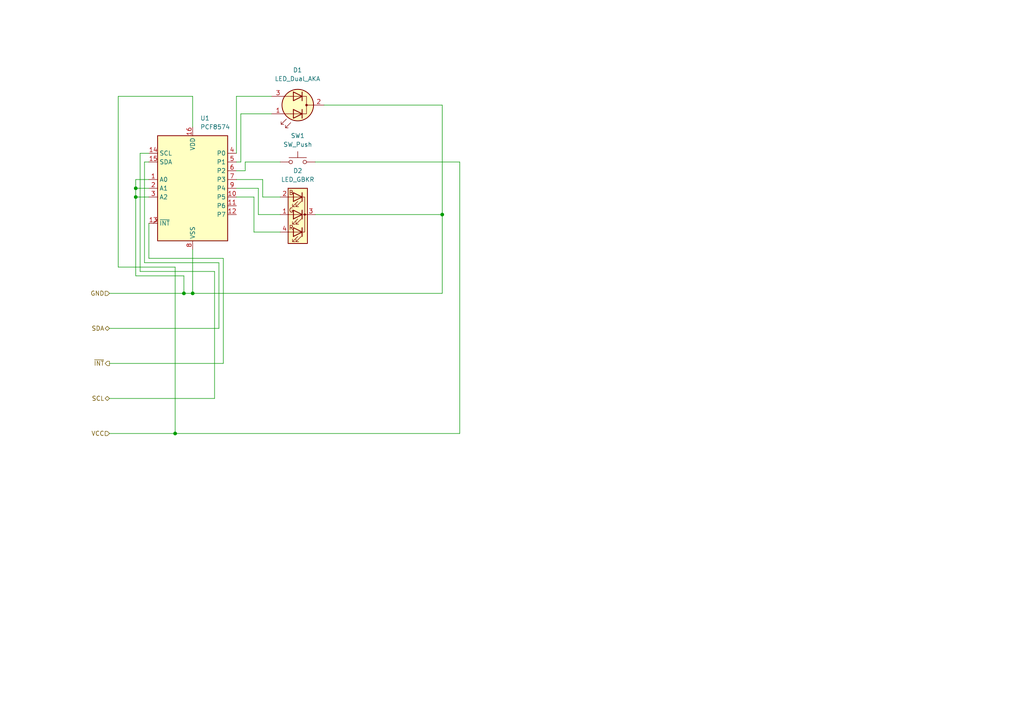
<source format=kicad_sch>
(kicad_sch
	(version 20231120)
	(generator "eeschema")
	(generator_version "8.0")
	(uuid "08f27bf2-b118-406d-92fd-506ac9f969f1")
	(paper "A4")
	(lib_symbols
		(symbol "Device:LED_Dual_AKA"
			(pin_names
				(offset 0) hide)
			(exclude_from_sim no)
			(in_bom yes)
			(on_board yes)
			(property "Reference" "D"
				(at 0 5.715 0)
				(effects
					(font
						(size 1.27 1.27)
					)
				)
			)
			(property "Value" "LED_Dual_AKA"
				(at 0 -6.35 0)
				(effects
					(font
						(size 1.27 1.27)
					)
				)
			)
			(property "Footprint" ""
				(at 0 0 0)
				(effects
					(font
						(size 1.27 1.27)
					)
					(hide yes)
				)
			)
			(property "Datasheet" "~"
				(at 0 0 0)
				(effects
					(font
						(size 1.27 1.27)
					)
					(hide yes)
				)
			)
			(property "Description" "Dual LED, common cathode on pin 2"
				(at 0 0 0)
				(effects
					(font
						(size 1.27 1.27)
					)
					(hide yes)
				)
			)
			(property "ki_keywords" "LED diode bicolor dual"
				(at 0 0 0)
				(effects
					(font
						(size 1.27 1.27)
					)
					(hide yes)
				)
			)
			(property "ki_fp_filters" "LED* LED_SMD:* LED_THT:*"
				(at 0 0 0)
				(effects
					(font
						(size 1.27 1.27)
					)
					(hide yes)
				)
			)
			(symbol "LED_Dual_AKA_0_1"
				(circle
					(center -2.54 0)
					(radius 0.2794)
					(stroke
						(width 0)
						(type default)
					)
					(fill
						(type outline)
					)
				)
				(polyline
					(pts
						(xy -4.572 0) (xy -2.54 0)
					)
					(stroke
						(width 0)
						(type default)
					)
					(fill
						(type none)
					)
				)
				(polyline
					(pts
						(xy -1.27 -1.27) (xy -1.27 -3.81)
					)
					(stroke
						(width 0.254)
						(type default)
					)
					(fill
						(type none)
					)
				)
				(polyline
					(pts
						(xy -1.27 1.27) (xy -1.27 3.81)
					)
					(stroke
						(width 0.254)
						(type default)
					)
					(fill
						(type none)
					)
				)
				(polyline
					(pts
						(xy 3.81 -2.54) (xy 1.905 -2.54)
					)
					(stroke
						(width 0)
						(type default)
					)
					(fill
						(type none)
					)
				)
				(polyline
					(pts
						(xy 3.81 2.54) (xy 1.905 2.54)
					)
					(stroke
						(width 0)
						(type default)
					)
					(fill
						(type none)
					)
				)
				(polyline
					(pts
						(xy 1.27 -3.81) (xy 1.27 -1.27) (xy -1.27 -2.54) (xy 1.27 -3.81)
					)
					(stroke
						(width 0.254)
						(type default)
					)
					(fill
						(type none)
					)
				)
				(polyline
					(pts
						(xy 1.27 1.27) (xy 1.27 3.81) (xy -1.27 2.54) (xy 1.27 1.27)
					)
					(stroke
						(width 0.254)
						(type default)
					)
					(fill
						(type none)
					)
				)
				(polyline
					(pts
						(xy 2.032 2.54) (xy -2.54 2.54) (xy -2.54 -2.54) (xy 2.032 -2.54)
					)
					(stroke
						(width 0)
						(type default)
					)
					(fill
						(type none)
					)
				)
				(polyline
					(pts
						(xy 2.032 5.08) (xy 3.556 6.604) (xy 2.794 6.604) (xy 3.556 6.604) (xy 3.556 5.842)
					)
					(stroke
						(width 0)
						(type default)
					)
					(fill
						(type none)
					)
				)
				(polyline
					(pts
						(xy 3.302 4.064) (xy 4.826 5.588) (xy 4.064 5.588) (xy 4.826 5.588) (xy 4.826 4.826)
					)
					(stroke
						(width 0)
						(type default)
					)
					(fill
						(type none)
					)
				)
				(circle
					(center 0 0)
					(radius 4.572)
					(stroke
						(width 0.254)
						(type default)
					)
					(fill
						(type background)
					)
				)
			)
			(symbol "LED_Dual_AKA_1_1"
				(pin input line
					(at 7.62 2.54 180)
					(length 3.81)
					(name "A1"
						(effects
							(font
								(size 1.27 1.27)
							)
						)
					)
					(number "1"
						(effects
							(font
								(size 1.27 1.27)
							)
						)
					)
				)
				(pin input line
					(at -7.62 0 0)
					(length 3.048)
					(name "K"
						(effects
							(font
								(size 1.27 1.27)
							)
						)
					)
					(number "2"
						(effects
							(font
								(size 1.27 1.27)
							)
						)
					)
				)
				(pin input line
					(at 7.62 -2.54 180)
					(length 3.81)
					(name "A2"
						(effects
							(font
								(size 1.27 1.27)
							)
						)
					)
					(number "3"
						(effects
							(font
								(size 1.27 1.27)
							)
						)
					)
				)
			)
		)
		(symbol "Device:LED_GBKR"
			(pin_names
				(offset 0) hide)
			(exclude_from_sim no)
			(in_bom yes)
			(on_board yes)
			(property "Reference" "D"
				(at 0 9.398 0)
				(effects
					(font
						(size 1.27 1.27)
					)
				)
			)
			(property "Value" "LED_GBKR"
				(at 0 -8.89 0)
				(effects
					(font
						(size 1.27 1.27)
					)
				)
			)
			(property "Footprint" ""
				(at 0 -1.27 0)
				(effects
					(font
						(size 1.27 1.27)
					)
					(hide yes)
				)
			)
			(property "Datasheet" "~"
				(at 0 -1.27 0)
				(effects
					(font
						(size 1.27 1.27)
					)
					(hide yes)
				)
			)
			(property "Description" "RGB LED, green/blue/cathode/red"
				(at 0 0 0)
				(effects
					(font
						(size 1.27 1.27)
					)
					(hide yes)
				)
			)
			(property "ki_keywords" "LED RGB diode"
				(at 0 0 0)
				(effects
					(font
						(size 1.27 1.27)
					)
					(hide yes)
				)
			)
			(property "ki_fp_filters" "LED* LED_SMD:* LED_THT:*"
				(at 0 0 0)
				(effects
					(font
						(size 1.27 1.27)
					)
					(hide yes)
				)
			)
			(symbol "LED_GBKR_0_0"
				(text "B"
					(at 1.905 -6.35 0)
					(effects
						(font
							(size 1.27 1.27)
						)
					)
				)
				(text "G"
					(at 1.905 -1.27 0)
					(effects
						(font
							(size 1.27 1.27)
						)
					)
				)
				(text "R"
					(at 1.905 3.81 0)
					(effects
						(font
							(size 1.27 1.27)
						)
					)
				)
			)
			(symbol "LED_GBKR_0_1"
				(circle
					(center -2.032 0)
					(radius 0.254)
					(stroke
						(width 0)
						(type default)
					)
					(fill
						(type outline)
					)
				)
				(polyline
					(pts
						(xy -1.27 -5.08) (xy 1.27 -5.08)
					)
					(stroke
						(width 0)
						(type default)
					)
					(fill
						(type none)
					)
				)
				(polyline
					(pts
						(xy -1.27 -3.81) (xy -1.27 -6.35)
					)
					(stroke
						(width 0.254)
						(type default)
					)
					(fill
						(type none)
					)
				)
				(polyline
					(pts
						(xy -1.27 0) (xy -2.54 0)
					)
					(stroke
						(width 0)
						(type default)
					)
					(fill
						(type none)
					)
				)
				(polyline
					(pts
						(xy -1.27 1.27) (xy -1.27 -1.27)
					)
					(stroke
						(width 0.254)
						(type default)
					)
					(fill
						(type none)
					)
				)
				(polyline
					(pts
						(xy -1.27 5.08) (xy 1.27 5.08)
					)
					(stroke
						(width 0)
						(type default)
					)
					(fill
						(type none)
					)
				)
				(polyline
					(pts
						(xy -1.27 6.35) (xy -1.27 3.81)
					)
					(stroke
						(width 0.254)
						(type default)
					)
					(fill
						(type none)
					)
				)
				(polyline
					(pts
						(xy 1.27 -5.08) (xy 2.54 -5.08)
					)
					(stroke
						(width 0)
						(type default)
					)
					(fill
						(type none)
					)
				)
				(polyline
					(pts
						(xy 1.27 0) (xy -1.27 0)
					)
					(stroke
						(width 0)
						(type default)
					)
					(fill
						(type none)
					)
				)
				(polyline
					(pts
						(xy 1.27 0) (xy 2.54 0)
					)
					(stroke
						(width 0)
						(type default)
					)
					(fill
						(type none)
					)
				)
				(polyline
					(pts
						(xy 1.27 5.08) (xy 2.54 5.08)
					)
					(stroke
						(width 0)
						(type default)
					)
					(fill
						(type none)
					)
				)
				(polyline
					(pts
						(xy -1.27 1.27) (xy -1.27 -1.27) (xy -1.27 -1.27)
					)
					(stroke
						(width 0)
						(type default)
					)
					(fill
						(type none)
					)
				)
				(polyline
					(pts
						(xy -1.27 6.35) (xy -1.27 3.81) (xy -1.27 3.81)
					)
					(stroke
						(width 0)
						(type default)
					)
					(fill
						(type none)
					)
				)
				(polyline
					(pts
						(xy -1.27 5.08) (xy -2.032 5.08) (xy -2.032 -5.08) (xy -1.016 -5.08)
					)
					(stroke
						(width 0)
						(type default)
					)
					(fill
						(type none)
					)
				)
				(polyline
					(pts
						(xy 1.27 -3.81) (xy 1.27 -6.35) (xy -1.27 -5.08) (xy 1.27 -3.81)
					)
					(stroke
						(width 0.254)
						(type default)
					)
					(fill
						(type none)
					)
				)
				(polyline
					(pts
						(xy 1.27 1.27) (xy 1.27 -1.27) (xy -1.27 0) (xy 1.27 1.27)
					)
					(stroke
						(width 0.254)
						(type default)
					)
					(fill
						(type none)
					)
				)
				(polyline
					(pts
						(xy 1.27 6.35) (xy 1.27 3.81) (xy -1.27 5.08) (xy 1.27 6.35)
					)
					(stroke
						(width 0.254)
						(type default)
					)
					(fill
						(type none)
					)
				)
				(polyline
					(pts
						(xy -1.016 -3.81) (xy 0.508 -2.286) (xy -0.254 -2.286) (xy 0.508 -2.286) (xy 0.508 -3.048)
					)
					(stroke
						(width 0)
						(type default)
					)
					(fill
						(type none)
					)
				)
				(polyline
					(pts
						(xy -1.016 1.27) (xy 0.508 2.794) (xy -0.254 2.794) (xy 0.508 2.794) (xy 0.508 2.032)
					)
					(stroke
						(width 0)
						(type default)
					)
					(fill
						(type none)
					)
				)
				(polyline
					(pts
						(xy -1.016 6.35) (xy 0.508 7.874) (xy -0.254 7.874) (xy 0.508 7.874) (xy 0.508 7.112)
					)
					(stroke
						(width 0)
						(type default)
					)
					(fill
						(type none)
					)
				)
				(polyline
					(pts
						(xy 0 -3.81) (xy 1.524 -2.286) (xy 0.762 -2.286) (xy 1.524 -2.286) (xy 1.524 -3.048)
					)
					(stroke
						(width 0)
						(type default)
					)
					(fill
						(type none)
					)
				)
				(polyline
					(pts
						(xy 0 1.27) (xy 1.524 2.794) (xy 0.762 2.794) (xy 1.524 2.794) (xy 1.524 2.032)
					)
					(stroke
						(width 0)
						(type default)
					)
					(fill
						(type none)
					)
				)
				(polyline
					(pts
						(xy 0 6.35) (xy 1.524 7.874) (xy 0.762 7.874) (xy 1.524 7.874) (xy 1.524 7.112)
					)
					(stroke
						(width 0)
						(type default)
					)
					(fill
						(type none)
					)
				)
				(rectangle
					(start 1.27 -1.27)
					(end 1.27 1.27)
					(stroke
						(width 0)
						(type default)
					)
					(fill
						(type none)
					)
				)
				(rectangle
					(start 1.27 1.27)
					(end 1.27 1.27)
					(stroke
						(width 0)
						(type default)
					)
					(fill
						(type none)
					)
				)
				(rectangle
					(start 1.27 3.81)
					(end 1.27 6.35)
					(stroke
						(width 0)
						(type default)
					)
					(fill
						(type none)
					)
				)
				(rectangle
					(start 1.27 6.35)
					(end 1.27 6.35)
					(stroke
						(width 0)
						(type default)
					)
					(fill
						(type none)
					)
				)
				(rectangle
					(start 2.794 8.382)
					(end -2.794 -7.62)
					(stroke
						(width 0.254)
						(type default)
					)
					(fill
						(type background)
					)
				)
			)
			(symbol "LED_GBKR_1_1"
				(pin passive line
					(at 5.08 0 180)
					(length 2.54)
					(name "GA"
						(effects
							(font
								(size 1.27 1.27)
							)
						)
					)
					(number "1"
						(effects
							(font
								(size 1.27 1.27)
							)
						)
					)
				)
				(pin passive line
					(at 5.08 -5.08 180)
					(length 2.54)
					(name "BA"
						(effects
							(font
								(size 1.27 1.27)
							)
						)
					)
					(number "2"
						(effects
							(font
								(size 1.27 1.27)
							)
						)
					)
				)
				(pin passive line
					(at -5.08 0 0)
					(length 2.54)
					(name "K"
						(effects
							(font
								(size 1.27 1.27)
							)
						)
					)
					(number "3"
						(effects
							(font
								(size 1.27 1.27)
							)
						)
					)
				)
				(pin passive line
					(at 5.08 5.08 180)
					(length 2.54)
					(name "RA"
						(effects
							(font
								(size 1.27 1.27)
							)
						)
					)
					(number "4"
						(effects
							(font
								(size 1.27 1.27)
							)
						)
					)
				)
			)
		)
		(symbol "Interface_Expansion:PCF8574"
			(exclude_from_sim no)
			(in_bom yes)
			(on_board yes)
			(property "Reference" "U"
				(at -8.89 16.51 0)
				(effects
					(font
						(size 1.27 1.27)
					)
					(justify left)
				)
			)
			(property "Value" "PCF8574"
				(at 2.54 16.51 0)
				(effects
					(font
						(size 1.27 1.27)
					)
					(justify left)
				)
			)
			(property "Footprint" ""
				(at 0 0 0)
				(effects
					(font
						(size 1.27 1.27)
					)
					(hide yes)
				)
			)
			(property "Datasheet" "http://www.nxp.com/docs/en/data-sheet/PCF8574_PCF8574A.pdf"
				(at 0 0 0)
				(effects
					(font
						(size 1.27 1.27)
					)
					(hide yes)
				)
			)
			(property "Description" "8 Bit Port/Expander to I2C Bus, DIP/SOIC-16"
				(at 0 0 0)
				(effects
					(font
						(size 1.27 1.27)
					)
					(hide yes)
				)
			)
			(property "ki_keywords" "I2C Expander"
				(at 0 0 0)
				(effects
					(font
						(size 1.27 1.27)
					)
					(hide yes)
				)
			)
			(property "ki_fp_filters" "DIP*W7.62mm* SOIC*7.5x10.3mm*P1.27mm*"
				(at 0 0 0)
				(effects
					(font
						(size 1.27 1.27)
					)
					(hide yes)
				)
			)
			(symbol "PCF8574_0_1"
				(rectangle
					(start -10.16 15.24)
					(end 10.16 -15.24)
					(stroke
						(width 0.254)
						(type default)
					)
					(fill
						(type background)
					)
				)
			)
			(symbol "PCF8574_1_1"
				(pin input line
					(at -12.7 2.54 0)
					(length 2.54)
					(name "A0"
						(effects
							(font
								(size 1.27 1.27)
							)
						)
					)
					(number "1"
						(effects
							(font
								(size 1.27 1.27)
							)
						)
					)
				)
				(pin bidirectional line
					(at 12.7 -2.54 180)
					(length 2.54)
					(name "P5"
						(effects
							(font
								(size 1.27 1.27)
							)
						)
					)
					(number "10"
						(effects
							(font
								(size 1.27 1.27)
							)
						)
					)
				)
				(pin bidirectional line
					(at 12.7 -5.08 180)
					(length 2.54)
					(name "P6"
						(effects
							(font
								(size 1.27 1.27)
							)
						)
					)
					(number "11"
						(effects
							(font
								(size 1.27 1.27)
							)
						)
					)
				)
				(pin bidirectional line
					(at 12.7 -7.62 180)
					(length 2.54)
					(name "P7"
						(effects
							(font
								(size 1.27 1.27)
							)
						)
					)
					(number "12"
						(effects
							(font
								(size 1.27 1.27)
							)
						)
					)
				)
				(pin open_collector output_low
					(at -12.7 -10.16 0)
					(length 2.54)
					(name "~{INT}"
						(effects
							(font
								(size 1.27 1.27)
							)
						)
					)
					(number "13"
						(effects
							(font
								(size 1.27 1.27)
							)
						)
					)
				)
				(pin input line
					(at -12.7 10.16 0)
					(length 2.54)
					(name "SCL"
						(effects
							(font
								(size 1.27 1.27)
							)
						)
					)
					(number "14"
						(effects
							(font
								(size 1.27 1.27)
							)
						)
					)
				)
				(pin bidirectional line
					(at -12.7 7.62 0)
					(length 2.54)
					(name "SDA"
						(effects
							(font
								(size 1.27 1.27)
							)
						)
					)
					(number "15"
						(effects
							(font
								(size 1.27 1.27)
							)
						)
					)
				)
				(pin power_in line
					(at 0 17.78 270)
					(length 2.54)
					(name "VDD"
						(effects
							(font
								(size 1.27 1.27)
							)
						)
					)
					(number "16"
						(effects
							(font
								(size 1.27 1.27)
							)
						)
					)
				)
				(pin input line
					(at -12.7 0 0)
					(length 2.54)
					(name "A1"
						(effects
							(font
								(size 1.27 1.27)
							)
						)
					)
					(number "2"
						(effects
							(font
								(size 1.27 1.27)
							)
						)
					)
				)
				(pin input line
					(at -12.7 -2.54 0)
					(length 2.54)
					(name "A2"
						(effects
							(font
								(size 1.27 1.27)
							)
						)
					)
					(number "3"
						(effects
							(font
								(size 1.27 1.27)
							)
						)
					)
				)
				(pin bidirectional line
					(at 12.7 10.16 180)
					(length 2.54)
					(name "P0"
						(effects
							(font
								(size 1.27 1.27)
							)
						)
					)
					(number "4"
						(effects
							(font
								(size 1.27 1.27)
							)
						)
					)
				)
				(pin bidirectional line
					(at 12.7 7.62 180)
					(length 2.54)
					(name "P1"
						(effects
							(font
								(size 1.27 1.27)
							)
						)
					)
					(number "5"
						(effects
							(font
								(size 1.27 1.27)
							)
						)
					)
				)
				(pin bidirectional line
					(at 12.7 5.08 180)
					(length 2.54)
					(name "P2"
						(effects
							(font
								(size 1.27 1.27)
							)
						)
					)
					(number "6"
						(effects
							(font
								(size 1.27 1.27)
							)
						)
					)
				)
				(pin bidirectional line
					(at 12.7 2.54 180)
					(length 2.54)
					(name "P3"
						(effects
							(font
								(size 1.27 1.27)
							)
						)
					)
					(number "7"
						(effects
							(font
								(size 1.27 1.27)
							)
						)
					)
				)
				(pin power_in line
					(at 0 -17.78 90)
					(length 2.54)
					(name "VSS"
						(effects
							(font
								(size 1.27 1.27)
							)
						)
					)
					(number "8"
						(effects
							(font
								(size 1.27 1.27)
							)
						)
					)
				)
				(pin bidirectional line
					(at 12.7 0 180)
					(length 2.54)
					(name "P4"
						(effects
							(font
								(size 1.27 1.27)
							)
						)
					)
					(number "9"
						(effects
							(font
								(size 1.27 1.27)
							)
						)
					)
				)
			)
		)
		(symbol "Switch:SW_Push"
			(pin_numbers hide)
			(pin_names
				(offset 1.016) hide)
			(exclude_from_sim no)
			(in_bom yes)
			(on_board yes)
			(property "Reference" "SW"
				(at 1.27 2.54 0)
				(effects
					(font
						(size 1.27 1.27)
					)
					(justify left)
				)
			)
			(property "Value" "SW_Push"
				(at 0 -1.524 0)
				(effects
					(font
						(size 1.27 1.27)
					)
				)
			)
			(property "Footprint" ""
				(at 0 5.08 0)
				(effects
					(font
						(size 1.27 1.27)
					)
					(hide yes)
				)
			)
			(property "Datasheet" "~"
				(at 0 5.08 0)
				(effects
					(font
						(size 1.27 1.27)
					)
					(hide yes)
				)
			)
			(property "Description" "Push button switch, generic, two pins"
				(at 0 0 0)
				(effects
					(font
						(size 1.27 1.27)
					)
					(hide yes)
				)
			)
			(property "ki_keywords" "switch normally-open pushbutton push-button"
				(at 0 0 0)
				(effects
					(font
						(size 1.27 1.27)
					)
					(hide yes)
				)
			)
			(symbol "SW_Push_0_1"
				(circle
					(center -2.032 0)
					(radius 0.508)
					(stroke
						(width 0)
						(type default)
					)
					(fill
						(type none)
					)
				)
				(polyline
					(pts
						(xy 0 1.27) (xy 0 3.048)
					)
					(stroke
						(width 0)
						(type default)
					)
					(fill
						(type none)
					)
				)
				(polyline
					(pts
						(xy 2.54 1.27) (xy -2.54 1.27)
					)
					(stroke
						(width 0)
						(type default)
					)
					(fill
						(type none)
					)
				)
				(circle
					(center 2.032 0)
					(radius 0.508)
					(stroke
						(width 0)
						(type default)
					)
					(fill
						(type none)
					)
				)
				(pin passive line
					(at -5.08 0 0)
					(length 2.54)
					(name "1"
						(effects
							(font
								(size 1.27 1.27)
							)
						)
					)
					(number "1"
						(effects
							(font
								(size 1.27 1.27)
							)
						)
					)
				)
				(pin passive line
					(at 5.08 0 180)
					(length 2.54)
					(name "2"
						(effects
							(font
								(size 1.27 1.27)
							)
						)
					)
					(number "2"
						(effects
							(font
								(size 1.27 1.27)
							)
						)
					)
				)
			)
		)
	)
	(junction
		(at 53.34 85.09)
		(diameter 0)
		(color 0 0 0 0)
		(uuid "01534e34-c92c-46b1-a4cb-7ff4f4bd6973")
	)
	(junction
		(at 39.37 57.15)
		(diameter 0)
		(color 0 0 0 0)
		(uuid "263d48e9-2c91-4865-88ec-78996caa9bc0")
	)
	(junction
		(at 128.27 62.23)
		(diameter 0)
		(color 0 0 0 0)
		(uuid "4d35089f-9390-4d23-bda3-193c2d8956cf")
	)
	(junction
		(at 50.8 125.73)
		(diameter 0)
		(color 0 0 0 0)
		(uuid "59d0ab58-3284-40ba-b1a3-5b502fb3c4ca")
	)
	(junction
		(at 55.88 85.09)
		(diameter 0)
		(color 0 0 0 0)
		(uuid "7bc9e7ae-8e14-41a4-82ac-bedb67ab0787")
	)
	(junction
		(at 39.37 54.61)
		(diameter 0)
		(color 0 0 0 0)
		(uuid "c2e95868-0d27-4549-8461-a3a053d67a96")
	)
	(wire
		(pts
			(xy 133.35 46.99) (xy 133.35 125.73)
		)
		(stroke
			(width 0)
			(type default)
		)
		(uuid "041260c8-b82a-40f9-ab4a-ad0b772402a3")
	)
	(wire
		(pts
			(xy 53.34 80.01) (xy 39.37 80.01)
		)
		(stroke
			(width 0)
			(type default)
		)
		(uuid "0af34504-8e86-47b0-9036-fd9493840a03")
	)
	(wire
		(pts
			(xy 31.75 125.73) (xy 50.8 125.73)
		)
		(stroke
			(width 0)
			(type default)
		)
		(uuid "0deaf6d2-9571-4b62-ada4-1795a7c2e1ad")
	)
	(wire
		(pts
			(xy 55.88 85.09) (xy 128.27 85.09)
		)
		(stroke
			(width 0)
			(type default)
		)
		(uuid "0f3c3d6f-e710-46a6-86f3-64b9d7c6ab02")
	)
	(wire
		(pts
			(xy 76.2 57.15) (xy 81.28 57.15)
		)
		(stroke
			(width 0)
			(type default)
		)
		(uuid "11016a97-e66a-4ed6-a107-323b59af275d")
	)
	(wire
		(pts
			(xy 39.37 80.01) (xy 39.37 57.15)
		)
		(stroke
			(width 0)
			(type default)
		)
		(uuid "188f5c70-fc39-472a-8ae5-19a1e057eed5")
	)
	(wire
		(pts
			(xy 93.98 30.48) (xy 128.27 30.48)
		)
		(stroke
			(width 0)
			(type default)
		)
		(uuid "18d89f32-7602-4f72-ac17-27e08b9e9446")
	)
	(wire
		(pts
			(xy 41.91 46.99) (xy 41.91 76.2)
		)
		(stroke
			(width 0)
			(type default)
		)
		(uuid "1c3209a7-f32b-4bfb-af4e-0c9f5c289208")
	)
	(wire
		(pts
			(xy 40.64 78.74) (xy 62.23 78.74)
		)
		(stroke
			(width 0)
			(type default)
		)
		(uuid "2773cf15-f6e0-454f-8a35-797e4c39ba54")
	)
	(wire
		(pts
			(xy 68.58 49.53) (xy 71.12 49.53)
		)
		(stroke
			(width 0)
			(type default)
		)
		(uuid "277a46d9-733c-4924-8adf-089494053931")
	)
	(wire
		(pts
			(xy 31.75 95.25) (xy 63.5 95.25)
		)
		(stroke
			(width 0)
			(type default)
		)
		(uuid "27d8522f-b2a4-40a7-ba47-c845cd1b37a7")
	)
	(wire
		(pts
			(xy 39.37 57.15) (xy 39.37 54.61)
		)
		(stroke
			(width 0)
			(type default)
		)
		(uuid "3701eb09-60f5-4706-a0bf-d65c85de0ac6")
	)
	(wire
		(pts
			(xy 69.85 46.99) (xy 69.85 33.02)
		)
		(stroke
			(width 0)
			(type default)
		)
		(uuid "384a4a80-a2ff-43f2-bd29-37138cf62b98")
	)
	(wire
		(pts
			(xy 55.88 85.09) (xy 55.88 72.39)
		)
		(stroke
			(width 0)
			(type default)
		)
		(uuid "3bbb7be6-d430-4fe1-a899-554ae2dff107")
	)
	(wire
		(pts
			(xy 71.12 46.99) (xy 81.28 46.99)
		)
		(stroke
			(width 0)
			(type default)
		)
		(uuid "3dc7546c-0ea2-4b54-ad66-8b4d6db4b71c")
	)
	(wire
		(pts
			(xy 128.27 62.23) (xy 128.27 85.09)
		)
		(stroke
			(width 0)
			(type default)
		)
		(uuid "48697548-a487-417c-9149-8507b0d73805")
	)
	(wire
		(pts
			(xy 31.75 115.57) (xy 62.23 115.57)
		)
		(stroke
			(width 0)
			(type default)
		)
		(uuid "4a57a261-6ac5-4a14-a55e-8ac5993425be")
	)
	(wire
		(pts
			(xy 76.2 52.07) (xy 76.2 57.15)
		)
		(stroke
			(width 0)
			(type default)
		)
		(uuid "5bc4a4fa-1e00-46a9-a1bd-3e8b37906259")
	)
	(wire
		(pts
			(xy 50.8 125.73) (xy 50.8 77.47)
		)
		(stroke
			(width 0)
			(type default)
		)
		(uuid "676f1814-2f57-400a-b7fe-630b0b04f155")
	)
	(wire
		(pts
			(xy 73.66 67.31) (xy 81.28 67.31)
		)
		(stroke
			(width 0)
			(type default)
		)
		(uuid "7344edc4-4339-4db8-bd42-0d10eb7df1f1")
	)
	(wire
		(pts
			(xy 62.23 78.74) (xy 62.23 115.57)
		)
		(stroke
			(width 0)
			(type default)
		)
		(uuid "754d4521-0dde-4993-a6cb-13bde31e6d75")
	)
	(wire
		(pts
			(xy 68.58 54.61) (xy 74.93 54.61)
		)
		(stroke
			(width 0)
			(type default)
		)
		(uuid "76764496-3237-4942-8967-d1d5fa228821")
	)
	(wire
		(pts
			(xy 31.75 85.09) (xy 53.34 85.09)
		)
		(stroke
			(width 0)
			(type default)
		)
		(uuid "7ca7ee70-dbe9-4ec4-98ca-5c14dabdff2e")
	)
	(wire
		(pts
			(xy 50.8 125.73) (xy 133.35 125.73)
		)
		(stroke
			(width 0)
			(type default)
		)
		(uuid "7f5dec18-216f-491c-b307-f3a1f4c15974")
	)
	(wire
		(pts
			(xy 43.18 44.45) (xy 40.64 44.45)
		)
		(stroke
			(width 0)
			(type default)
		)
		(uuid "881ae7b7-ead5-4207-95eb-ce7fde9b2bdd")
	)
	(wire
		(pts
			(xy 53.34 85.09) (xy 55.88 85.09)
		)
		(stroke
			(width 0)
			(type default)
		)
		(uuid "886a3469-359c-4e52-93d0-9d767651e68d")
	)
	(wire
		(pts
			(xy 69.85 33.02) (xy 78.74 33.02)
		)
		(stroke
			(width 0)
			(type default)
		)
		(uuid "89ddc6f0-bcf8-49ee-9d77-dc876a5a7277")
	)
	(wire
		(pts
			(xy 34.29 77.47) (xy 34.29 27.94)
		)
		(stroke
			(width 0)
			(type default)
		)
		(uuid "8b0ded82-3b18-47e5-b5df-301098516cfe")
	)
	(wire
		(pts
			(xy 64.77 74.93) (xy 64.77 105.41)
		)
		(stroke
			(width 0)
			(type default)
		)
		(uuid "8b96e4c0-f7c5-4f73-a1ed-54e18c68ba78")
	)
	(wire
		(pts
			(xy 91.44 62.23) (xy 128.27 62.23)
		)
		(stroke
			(width 0)
			(type default)
		)
		(uuid "8eec57ee-863b-42be-a080-903ec85cf7b0")
	)
	(wire
		(pts
			(xy 39.37 52.07) (xy 43.18 52.07)
		)
		(stroke
			(width 0)
			(type default)
		)
		(uuid "939be30b-2379-4330-b4b8-cb0d14fa19dc")
	)
	(wire
		(pts
			(xy 55.88 27.94) (xy 55.88 36.83)
		)
		(stroke
			(width 0)
			(type default)
		)
		(uuid "93e81049-cd5d-4a40-8cd2-bbe2dc076d3c")
	)
	(wire
		(pts
			(xy 39.37 54.61) (xy 39.37 52.07)
		)
		(stroke
			(width 0)
			(type default)
		)
		(uuid "95d79225-46af-4f5a-b34d-855a198a4c4a")
	)
	(wire
		(pts
			(xy 39.37 54.61) (xy 43.18 54.61)
		)
		(stroke
			(width 0)
			(type default)
		)
		(uuid "9d1f5d68-654d-4f19-9999-ff2e68da9e30")
	)
	(wire
		(pts
			(xy 43.18 64.77) (xy 43.18 74.93)
		)
		(stroke
			(width 0)
			(type default)
		)
		(uuid "a03ff475-e1e3-4751-b708-8e23745a1bc8")
	)
	(wire
		(pts
			(xy 43.18 46.99) (xy 41.91 46.99)
		)
		(stroke
			(width 0)
			(type default)
		)
		(uuid "a1921c13-4ff6-443c-9771-6e8aa35d81d1")
	)
	(wire
		(pts
			(xy 128.27 30.48) (xy 128.27 62.23)
		)
		(stroke
			(width 0)
			(type default)
		)
		(uuid "a510563a-d593-4ad6-88ea-8798bad8ce3f")
	)
	(wire
		(pts
			(xy 31.75 105.41) (xy 64.77 105.41)
		)
		(stroke
			(width 0)
			(type default)
		)
		(uuid "a738eb29-ba37-46b1-b701-fb9b61c9bd0a")
	)
	(wire
		(pts
			(xy 91.44 46.99) (xy 133.35 46.99)
		)
		(stroke
			(width 0)
			(type default)
		)
		(uuid "ac0bc699-e790-4b02-9edf-3b64d38f0b02")
	)
	(wire
		(pts
			(xy 39.37 57.15) (xy 43.18 57.15)
		)
		(stroke
			(width 0)
			(type default)
		)
		(uuid "b6b9cd9f-0306-457f-97ed-db3fc160343c")
	)
	(wire
		(pts
			(xy 73.66 57.15) (xy 73.66 67.31)
		)
		(stroke
			(width 0)
			(type default)
		)
		(uuid "bf61b1f7-bf0f-4161-b096-63ccc1987c86")
	)
	(wire
		(pts
			(xy 74.93 62.23) (xy 81.28 62.23)
		)
		(stroke
			(width 0)
			(type default)
		)
		(uuid "c2615a59-d69c-44da-884f-7ed46edb289c")
	)
	(wire
		(pts
			(xy 68.58 44.45) (xy 68.58 27.94)
		)
		(stroke
			(width 0)
			(type default)
		)
		(uuid "d53286af-21c5-4830-b34a-9703bfb14971")
	)
	(wire
		(pts
			(xy 41.91 76.2) (xy 63.5 76.2)
		)
		(stroke
			(width 0)
			(type default)
		)
		(uuid "d7df627d-8507-4e76-9acc-60bfde766e22")
	)
	(wire
		(pts
			(xy 40.64 44.45) (xy 40.64 78.74)
		)
		(stroke
			(width 0)
			(type default)
		)
		(uuid "db71b4fc-2f15-47bb-9c1c-a56a9e910c67")
	)
	(wire
		(pts
			(xy 63.5 76.2) (xy 63.5 95.25)
		)
		(stroke
			(width 0)
			(type default)
		)
		(uuid "dccbcc29-9527-47c1-9311-9b84d913bbe7")
	)
	(wire
		(pts
			(xy 71.12 49.53) (xy 71.12 46.99)
		)
		(stroke
			(width 0)
			(type default)
		)
		(uuid "de0386f3-3092-41c6-af75-a145950ee357")
	)
	(wire
		(pts
			(xy 50.8 77.47) (xy 34.29 77.47)
		)
		(stroke
			(width 0)
			(type default)
		)
		(uuid "e170aed8-b528-44aa-ae7b-006d15fa8e35")
	)
	(wire
		(pts
			(xy 43.18 74.93) (xy 64.77 74.93)
		)
		(stroke
			(width 0)
			(type default)
		)
		(uuid "e5ee0ece-f390-42d8-b143-157315add45c")
	)
	(wire
		(pts
			(xy 34.29 27.94) (xy 55.88 27.94)
		)
		(stroke
			(width 0)
			(type default)
		)
		(uuid "e84c0ba1-ce34-4b4b-a540-499d1580dd32")
	)
	(wire
		(pts
			(xy 68.58 52.07) (xy 76.2 52.07)
		)
		(stroke
			(width 0)
			(type default)
		)
		(uuid "e9030e73-6eb4-4d2f-840e-e74ad0fa4ba4")
	)
	(wire
		(pts
			(xy 68.58 57.15) (xy 73.66 57.15)
		)
		(stroke
			(width 0)
			(type default)
		)
		(uuid "f2ddbfed-7d43-43a6-95bc-4ae0bdabde07")
	)
	(wire
		(pts
			(xy 68.58 46.99) (xy 69.85 46.99)
		)
		(stroke
			(width 0)
			(type default)
		)
		(uuid "f307fa25-c9ec-4134-87b9-cbbff0f0e0f7")
	)
	(wire
		(pts
			(xy 53.34 85.09) (xy 53.34 80.01)
		)
		(stroke
			(width 0)
			(type default)
		)
		(uuid "f3b0dd4a-7155-4de9-965d-bd63d3726cd5")
	)
	(wire
		(pts
			(xy 68.58 27.94) (xy 78.74 27.94)
		)
		(stroke
			(width 0)
			(type default)
		)
		(uuid "f72b4cc4-1db8-49c8-bf47-dd011e9d5ac0")
	)
	(wire
		(pts
			(xy 74.93 54.61) (xy 74.93 62.23)
		)
		(stroke
			(width 0)
			(type default)
		)
		(uuid "fbd284fe-64dd-4d78-8a10-2652d4002e6f")
	)
	(hierarchical_label "~{INT}"
		(shape output)
		(at 31.75 105.41 180)
		(fields_autoplaced yes)
		(effects
			(font
				(size 1.27 1.27)
			)
			(justify right)
		)
		(uuid "1861fcb7-df09-4eb2-9b82-62cae81d0a19")
	)
	(hierarchical_label "SCL"
		(shape bidirectional)
		(at 31.75 115.57 180)
		(fields_autoplaced yes)
		(effects
			(font
				(size 1.27 1.27)
			)
			(justify right)
		)
		(uuid "19df3dcc-8dc3-4e9d-95d8-1f9c4c40f491")
	)
	(hierarchical_label "VCC"
		(shape input)
		(at 31.75 125.73 180)
		(fields_autoplaced yes)
		(effects
			(font
				(size 1.27 1.27)
			)
			(justify right)
		)
		(uuid "504659b3-0350-473b-92c0-105e7ec1c8e9")
	)
	(hierarchical_label "GND"
		(shape input)
		(at 31.75 85.09 180)
		(fields_autoplaced yes)
		(effects
			(font
				(size 1.27 1.27)
			)
			(justify right)
		)
		(uuid "91ed0f41-2a97-4a95-a5c4-8419d9512a6a")
	)
	(hierarchical_label "SDA"
		(shape bidirectional)
		(at 31.75 95.25 180)
		(fields_autoplaced yes)
		(effects
			(font
				(size 1.27 1.27)
			)
			(justify right)
		)
		(uuid "996791de-a3fe-4304-acbb-97fdc682d95e")
	)
	(symbol
		(lib_id "Device:LED_Dual_AKA")
		(at 86.36 30.48 180)
		(unit 1)
		(exclude_from_sim no)
		(in_bom yes)
		(on_board yes)
		(dnp no)
		(fields_autoplaced yes)
		(uuid "17b9d2dc-640d-44c9-a9f5-c59e27442899")
		(property "Reference" "D1"
			(at 86.2965 20.32 0)
			(effects
				(font
					(size 1.27 1.27)
				)
			)
		)
		(property "Value" "LED_Dual_AKA"
			(at 86.2965 22.86 0)
			(effects
				(font
					(size 1.27 1.27)
				)
			)
		)
		(property "Footprint" ""
			(at 86.36 30.48 0)
			(effects
				(font
					(size 1.27 1.27)
				)
				(hide yes)
			)
		)
		(property "Datasheet" "https://www.gme.cz/v/1491501/kingbright-l-59egw-led-5mm-cervena-zelena"
			(at 86.36 30.48 0)
			(effects
				(font
					(size 1.27 1.27)
				)
				(hide yes)
			)
		)
		(property "Description" "Dual LED, common cathode on pin 2"
			(at 86.36 30.48 0)
			(effects
				(font
					(size 1.27 1.27)
				)
				(hide yes)
			)
		)
		(pin "1"
			(uuid "d0599d06-0636-4bfe-8b61-b4045e8737fa")
		)
		(pin "3"
			(uuid "c7b37982-9eb1-4257-a269-78ae588ade31")
		)
		(pin "2"
			(uuid "3728d63f-ef6e-4bc4-861b-96fbeb832f51")
		)
		(instances
			(project "board"
				(path "/b5a6c315-00b5-445d-a49f-bfda9e5399e4/569f2921-3a89-4e88-a759-21a99ccb92c0"
					(reference "D1")
					(unit 1)
				)
			)
		)
	)
	(symbol
		(lib_id "Device:LED_GBKR")
		(at 86.36 62.23 180)
		(unit 1)
		(exclude_from_sim no)
		(in_bom yes)
		(on_board yes)
		(dnp no)
		(fields_autoplaced yes)
		(uuid "2dadd91e-7bac-4246-a9ce-c3270fb21d66")
		(property "Reference" "D2"
			(at 86.36 49.53 0)
			(effects
				(font
					(size 1.27 1.27)
				)
			)
		)
		(property "Value" "LED_GBKR"
			(at 86.36 52.07 0)
			(effects
				(font
					(size 1.27 1.27)
				)
			)
		)
		(property "Footprint" ""
			(at 86.36 60.96 0)
			(effects
				(font
					(size 1.27 1.27)
				)
				(hide yes)
			)
		)
		(property "Datasheet" "https://www.gme.cz/v/1492087/optosupply-ostamc51a5a-led-5mm-rgb"
			(at 86.36 60.96 0)
			(effects
				(font
					(size 1.27 1.27)
				)
				(hide yes)
			)
		)
		(property "Description" "RGB LED, green/blue/cathode/red"
			(at 86.36 62.23 0)
			(effects
				(font
					(size 1.27 1.27)
				)
				(hide yes)
			)
		)
		(pin "1"
			(uuid "b99baedb-dcdc-4bc3-b440-b3856e2f49e3")
		)
		(pin "4"
			(uuid "fde54328-f68f-4835-970e-c7cc776cc953")
		)
		(pin "3"
			(uuid "d0007399-84a5-4b51-8e9d-07f1d848afcd")
		)
		(pin "2"
			(uuid "1548c0cb-fe18-49d1-acd0-c8892a46e772")
		)
		(instances
			(project "board"
				(path "/b5a6c315-00b5-445d-a49f-bfda9e5399e4/569f2921-3a89-4e88-a759-21a99ccb92c0"
					(reference "D2")
					(unit 1)
				)
			)
		)
	)
	(symbol
		(lib_id "Interface_Expansion:PCF8574")
		(at 55.88 54.61 0)
		(unit 1)
		(exclude_from_sim no)
		(in_bom yes)
		(on_board yes)
		(dnp no)
		(fields_autoplaced yes)
		(uuid "47ae5157-bbac-4a59-b237-687cf0bdb46b")
		(property "Reference" "U1"
			(at 58.0741 34.29 0)
			(effects
				(font
					(size 1.27 1.27)
				)
				(justify left)
			)
		)
		(property "Value" "PCF8574"
			(at 58.0741 36.83 0)
			(effects
				(font
					(size 1.27 1.27)
				)
				(justify left)
			)
		)
		(property "Footprint" ""
			(at 55.88 54.61 0)
			(effects
				(font
					(size 1.27 1.27)
				)
				(hide yes)
			)
		)
		(property "Datasheet" "http://www.nxp.com/docs/en/data-sheet/PCF8574_PCF8574A.pdf"
			(at 55.88 54.61 0)
			(effects
				(font
					(size 1.27 1.27)
				)
				(hide yes)
			)
		)
		(property "Description" "8 Bit Port/Expander to I2C Bus, DIP/SOIC-16"
			(at 55.88 54.61 0)
			(effects
				(font
					(size 1.27 1.27)
				)
				(hide yes)
			)
		)
		(pin "12"
			(uuid "4e4fba51-aee9-4341-a706-d5d1d0c76b52")
		)
		(pin "5"
			(uuid "366a9f0d-0fca-4d4d-b9e1-8566855afa25")
		)
		(pin "6"
			(uuid "0bc11cd3-0b6b-42be-a79c-3bd6aa4a06c9")
		)
		(pin "3"
			(uuid "7bc08e14-2d99-455a-a126-f39fede30796")
		)
		(pin "13"
			(uuid "e86218ed-349e-41aa-9c16-643f8b2f1c88")
		)
		(pin "14"
			(uuid "7122752a-858a-4912-8cdd-c2211f338562")
		)
		(pin "9"
			(uuid "af99c96c-d7ab-4e01-a607-39f3625b5c44")
		)
		(pin "11"
			(uuid "b831ea1b-fcf5-489e-95dc-29569b2daa65")
		)
		(pin "2"
			(uuid "63186d6b-80e8-432e-81b7-3862f6b8211c")
		)
		(pin "7"
			(uuid "f865155f-15f4-4961-9814-317526f3efc6")
		)
		(pin "16"
			(uuid "39a1de81-e779-4488-ae40-f7f6443a7266")
		)
		(pin "10"
			(uuid "5f1a1c86-8180-435d-8879-a9cc670822c2")
		)
		(pin "15"
			(uuid "5abf12ee-ef7a-4c82-a437-13235caf2796")
		)
		(pin "4"
			(uuid "2102b99b-9207-4680-8ccf-196ae898d1d2")
		)
		(pin "1"
			(uuid "f0cd28a2-8333-4043-ab9b-4d0b1f4dd06f")
		)
		(pin "8"
			(uuid "2a7b3f56-5ea9-425a-a153-224c1160a2b9")
		)
		(instances
			(project "board"
				(path "/b5a6c315-00b5-445d-a49f-bfda9e5399e4/569f2921-3a89-4e88-a759-21a99ccb92c0"
					(reference "U1")
					(unit 1)
				)
			)
		)
	)
	(symbol
		(lib_id "Switch:SW_Push")
		(at 86.36 46.99 0)
		(unit 1)
		(exclude_from_sim no)
		(in_bom yes)
		(on_board yes)
		(dnp no)
		(fields_autoplaced yes)
		(uuid "eb92d6d7-639d-4379-8d47-007e7711f713")
		(property "Reference" "SW1"
			(at 86.36 39.37 0)
			(effects
				(font
					(size 1.27 1.27)
				)
			)
		)
		(property "Value" "SW_Push"
			(at 86.36 41.91 0)
			(effects
				(font
					(size 1.27 1.27)
				)
			)
		)
		(property "Footprint" ""
			(at 86.36 41.91 0)
			(effects
				(font
					(size 1.27 1.27)
				)
				(hide yes)
			)
		)
		(property "Datasheet" "~"
			(at 86.36 41.91 0)
			(effects
				(font
					(size 1.27 1.27)
				)
				(hide yes)
			)
		)
		(property "Description" "Push button switch, generic, two pins"
			(at 86.36 46.99 0)
			(effects
				(font
					(size 1.27 1.27)
				)
				(hide yes)
			)
		)
		(pin "2"
			(uuid "ebf6c2bb-6763-47fd-b7d2-ea5a192bf33b")
		)
		(pin "1"
			(uuid "aaed84fd-b7b9-4ba8-bcc9-9b967ef39925")
		)
		(instances
			(project "board"
				(path "/b5a6c315-00b5-445d-a49f-bfda9e5399e4/569f2921-3a89-4e88-a759-21a99ccb92c0"
					(reference "SW1")
					(unit 1)
				)
			)
		)
	)
)

</source>
